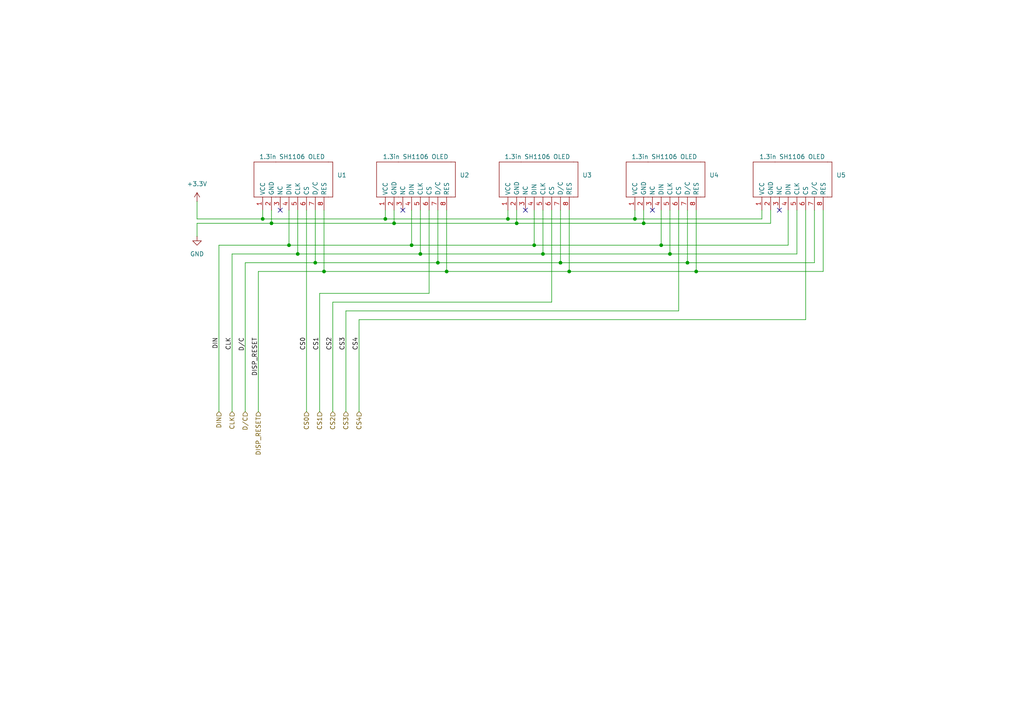
<source format=kicad_sch>
(kicad_sch (version 20250114) (generator "eeschema") (generator_version "9.0")
  (paper "A4")
  (title_block (title "VC 5") (date "2025-02-25") (rev "1.0") (comment 1 "Designed by Jan Eberhardt"))
  (lib_symbols
    (symbol "VC5_library:Waveshare-Display-1_3in-SH1106-OLED"
      (property "Reference" "U1" (at 0 -1.9049 0))
      (property "Value" "1.3in SH1106 OLED" (at -22.352 4.064 0))
      (symbol "Waveshare-Display-1_3in-SH1106-OLED_0_1"
        (rectangle (start -24.13 2.54) (end -24.13 -7.62))
        (rectangle (start -24.13 -7.62) (end -17.78 -7.62))
        (rectangle (start -17.78 2.54) (end -24.13 2.54))
        (rectangle (start -17.78 -7.62) (end -2.54 -7.62))
        (rectangle (start -2.54 2.54) (end -17.78 2.54))
        (rectangle (start -2.54 2.54) (end -1.27 2.54))
        (rectangle (start -2.54 -7.62) (end -1.27 -7.62))
        (rectangle (start -1.27 2.54) (end -1.27 -7.62))
      )
      (symbol "Waveshare-Display-1_3in-SH1106-OLED_1_1"
        (pin power_in line (at -21.59 -11.43 90) (length 3.81) (name "VCC") (number "1"))
        (pin power_in line (at -19.05 -11.43 90) (length 3.81) (name "GND") (number "2"))
        (pin input line (at -16.51 -11.43 90) (length 3.81) (name "NC") (number "3"))
        (pin input line (at -13.97 -11.43 90) (length 3.81) (name "DIN") (number "4"))
        (pin input line (at -11.43 -11.43 90) (length 3.81) (name "CLK") (number "5"))
        (pin input line (at -8.89 -11.43 90) (length 3.81) (name "CS") (number "6"))
        (pin input line (at -6.35 -11.43 90) (length 3.81) (name "D/C") (number "7"))
        (pin input line (at -3.81 -11.43 90) (length 3.81) (name "RES") (number "8"))
      )
    )
    (symbol "power:+3.3V" (power) (pin_numbers (hide yes)) (pin_names (offset 0) (hide yes))
      (property "Value" "+3.3V" (at 0 3.556 0))
      (symbol "+3.3V_0_1"
        (polyline (pts (xy -0.762 1.27) (xy 0 2.54)))
        (polyline (pts (xy 0 2.54) (xy 0.762 1.27)))
        (polyline (pts (xy 0 0) (xy 0 2.54)))
      )
      (symbol "+3.3V_1_1"
        (pin power_in line (at 0 0 90) (length 0) (name "~") (number "1"))
      )
    )
    (symbol "power:GND" (power) (pin_numbers (hide yes)) (pin_names (offset 0) (hide yes))
      (property "Value" "GND" (at 0 -3.81 0))
      (symbol "GND_0_1"
        (polyline (pts (xy 0 0) (xy 0 -1.27) (xy 1.27 -1.27) (xy 0 -2.54) (xy -1.27 -1.27) (xy 0 -1.27)))
      )
      (symbol "GND_1_1"
        (pin power_in line (at 0 0 270) (length 0) (name "~") (number "1"))
      )
    )
  )
  (junction (at 184.15 63.5))
  (junction (at 114.3 64.77))
  (junction (at 186.69 64.77))
  (junction (at 111.76 63.5))
  (junction (at 162.56 76.2))
  (junction (at 154.94 71.12))
  (junction (at 191.77 71.12))
  (junction (at 76.2 63.5))
  (junction (at 147.32 63.5))
  (junction (at 91.44 76.2))
  (junction (at 86.36 73.66))
  (junction (at 199.39 76.2))
  (junction (at 119.38 71.12))
  (junction (at 149.86 64.77))
  (junction (at 201.93 78.74))
  (junction (at 129.54 78.74))
  (junction (at 78.74 64.77))
  (junction (at 194.31 73.66))
  (junction (at 165.1 78.74))
  (junction (at 121.92 73.66))
  (junction (at 157.48 73.66))
  (junction (at 93.98 78.74))
  (junction (at 127 76.2))
  (junction (at 83.82 71.12))
  (no_connect (at 81.28 60.96))
  (no_connect (at 226.06 60.96))
  (no_connect (at 189.23 60.96))
  (no_connect (at 116.84 60.96))
  (no_connect (at 152.4 60.96))
  (wire (pts (xy 149.86 60.96) (xy 149.86 64.77)))
  (wire (pts (xy 83.82 60.96) (xy 83.82 71.12)))
  (wire (pts (xy 223.52 64.77) (xy 186.69 64.77)))
  (wire (pts (xy 186.69 64.77) (xy 149.86 64.77)))
  (wire (pts (xy 127 76.2) (xy 127 60.96)))
  (wire (pts (xy 63.5 71.12) (xy 83.82 71.12)))
  (wire (pts (xy 111.76 60.96) (xy 111.76 63.5)))
  (wire (pts (xy 238.76 78.74) (xy 201.93 78.74)))
  (wire (pts (xy 57.15 64.77) (xy 57.15 68.58)))
  (wire (pts (xy 86.36 60.96) (xy 86.36 73.66)))
  (wire (pts (xy 194.31 73.66) (xy 231.14 73.66)))
  (wire (pts (xy 147.32 60.96) (xy 147.32 63.5)))
  (wire (pts (xy 67.31 73.66) (xy 86.36 73.66)))
  (wire (pts (xy 231.14 73.66) (xy 231.14 60.96)))
  (wire (pts (xy 93.98 60.96) (xy 93.98 78.74)))
  (wire (pts (xy 199.39 76.2) (xy 199.39 60.96)))
  (wire (pts (xy 127 76.2) (xy 162.56 76.2)))
  (wire (pts (xy 191.77 71.12) (xy 228.6 71.12)))
  (wire (pts (xy 201.93 60.96) (xy 201.93 78.74)))
  (wire (pts (xy 162.56 76.2) (xy 162.56 60.96)))
  (wire (pts (xy 196.85 90.17) (xy 196.85 60.96)))
  (wire (pts (xy 149.86 64.77) (xy 114.3 64.77)))
  (wire (pts (xy 160.02 87.63) (xy 160.02 60.96)))
  (wire (pts (xy 86.36 73.66) (xy 121.92 73.66)))
  (wire (pts (xy 100.33 119.38) (xy 100.33 90.17)))
  (wire (pts (xy 78.74 60.96) (xy 78.74 64.77)))
  (wire (pts (xy 57.15 64.77) (xy 78.74 64.77)))
  (wire (pts (xy 76.2 60.96) (xy 76.2 63.5)))
  (wire (pts (xy 186.69 60.96) (xy 186.69 64.77)))
  (wire (pts (xy 220.98 60.96) (xy 220.98 63.5)))
  (wire (pts (xy 67.31 73.66) (xy 67.31 119.38)))
  (wire (pts (xy 57.15 63.5) (xy 76.2 63.5)))
  (wire (pts (xy 220.98 63.5) (xy 184.15 63.5)))
  (wire (pts (xy 154.94 60.96) (xy 154.94 71.12)))
  (wire (pts (xy 154.94 71.12) (xy 191.77 71.12)))
  (wire (pts (xy 88.9 60.96) (xy 88.9 119.38)))
  (wire (pts (xy 201.93 78.74) (xy 165.1 78.74)))
  (wire (pts (xy 92.71 85.09) (xy 92.71 119.38)))
  (wire (pts (xy 83.82 71.12) (xy 119.38 71.12)))
  (wire (pts (xy 199.39 76.2) (xy 236.22 76.2)))
  (wire (pts (xy 74.93 78.74) (xy 93.98 78.74)))
  (wire (pts (xy 111.76 63.5) (xy 76.2 63.5)))
  (wire (pts (xy 119.38 60.96) (xy 119.38 71.12)))
  (wire (pts (xy 71.12 76.2) (xy 71.12 119.38)))
  (wire (pts (xy 129.54 78.74) (xy 93.98 78.74)))
  (wire (pts (xy 124.46 85.09) (xy 124.46 60.96)))
  (wire (pts (xy 100.33 90.17) (xy 196.85 90.17)))
  (wire (pts (xy 157.48 73.66) (xy 194.31 73.66)))
  (wire (pts (xy 96.52 87.63) (xy 96.52 119.38)))
  (wire (pts (xy 114.3 64.77) (xy 78.74 64.77)))
  (wire (pts (xy 129.54 60.96) (xy 129.54 78.74)))
  (wire (pts (xy 238.76 60.96) (xy 238.76 78.74)))
  (wire (pts (xy 165.1 78.74) (xy 129.54 78.74)))
  (wire (pts (xy 104.14 119.38) (xy 104.14 92.71)))
  (wire (pts (xy 236.22 76.2) (xy 236.22 60.96)))
  (wire (pts (xy 223.52 60.96) (xy 223.52 64.77)))
  (wire (pts (xy 194.31 73.66) (xy 194.31 60.96)))
  (wire (pts (xy 157.48 73.66) (xy 157.48 60.96)))
  (wire (pts (xy 74.93 78.74) (xy 74.93 119.38)))
  (wire (pts (xy 96.52 87.63) (xy 160.02 87.63)))
  (wire (pts (xy 121.92 73.66) (xy 121.92 60.96)))
  (wire (pts (xy 191.77 60.96) (xy 191.77 71.12)))
  (wire (pts (xy 165.1 60.96) (xy 165.1 78.74)))
  (wire (pts (xy 162.56 76.2) (xy 199.39 76.2)))
  (wire (pts (xy 184.15 60.96) (xy 184.15 63.5)))
  (wire (pts (xy 92.71 85.09) (xy 124.46 85.09)))
  (wire (pts (xy 104.14 92.71) (xy 233.68 92.71)))
  (wire (pts (xy 121.92 73.66) (xy 157.48 73.66)))
  (wire (pts (xy 147.32 63.5) (xy 111.76 63.5)))
  (wire (pts (xy 57.15 58.42) (xy 57.15 63.5)))
  (wire (pts (xy 233.68 92.71) (xy 233.68 60.96)))
  (wire (pts (xy 91.44 76.2) (xy 127 76.2)))
  (wire (pts (xy 119.38 71.12) (xy 154.94 71.12)))
  (wire (pts (xy 91.44 76.2) (xy 91.44 60.96)))
  (wire (pts (xy 184.15 63.5) (xy 147.32 63.5)))
  (wire (pts (xy 114.3 60.96) (xy 114.3 64.77)))
  (wire (pts (xy 63.5 71.12) (xy 63.5 119.38)))
  (wire (pts (xy 228.6 71.12) (xy 228.6 60.96)))
  (wire (pts (xy 71.12 76.2) (xy 91.44 76.2)))
  (label "DIN" (at 63.5 97.79 270))
  (label "CS3" (at 100.33 101.6 90))
  (label "CS0" (at 88.9 101.6 90))
  (label "CLK" (at 67.31 97.79 270))
  (label "DISP_RESET" (at 74.93 97.79 270))
  (label "CS1" (at 92.71 101.6 90))
  (label "CS2" (at 96.52 101.6 90))
  (label "CS4" (at 104.14 101.6 90))
  (label "D{slash}C" (at 71.12 97.79 270))
  (hierarchical_label "CS1" (shape input) (at 92.71 119.38 270))
  (hierarchical_label "CS4" (shape input) (at 104.14 119.38 270))
  (hierarchical_label "CLK" (shape input) (at 67.31 119.38 270))
  (hierarchical_label "DISP_RESET" (shape input) (at 74.93 119.38 270))
  (hierarchical_label "CS3" (shape input) (at 100.33 119.38 270))
  (hierarchical_label "D{slash}C" (shape input) (at 71.12 119.38 270))
  (hierarchical_label "CS0" (shape input) (at 88.9 119.38 270))
  (hierarchical_label "DIN" (shape input) (at 63.5 119.38 270))
  (hierarchical_label "CS2" (shape input) (at 96.52 119.38 270))
  (symbol (lib_id "power:GND") (at 57.15 68.58 0) (unit 1)
    (property "Reference" "#PWR08" (effects (hide yes)))
    (property "Value" "GND" (at 57.15 73.66 0))
    (property "Description" "Power symbol creates a global label with name \"GND\" , ground" (effects (hide yes)))
  )
  (symbol (lib_id "VC5_library:Waveshare-Display-1_3in-SH1106-OLED") (at 242.57 49.53 0) (unit 1)
    (property "Reference" "U5" (at 242.57 50.7999 0) (effects (justify left)))
    (property "Value" "1.3in SH1106 OLED" (at 220.218 45.466 0) (effects (justify left)))
    (property "Footprint" "VC5_footprint_library:PinHeader_1x08_P2.54mm_Vertical_Display" (effects (hide yes)))
    (property "Datasheet" "https://www.waveshare.com/wiki/1.3inch_OLED_(B)#Overview" (effects (hide yes)))
  )
  (symbol (lib_id "power:+3.3V") (at 57.15 58.42 0) (unit 1)
    (property "Reference" "#PWR09" (effects (hide yes)))
    (property "Value" "+3.3V" (at 57.15 53.34 0))
    (property "Description" "Power symbol creates a global label with name \"+3.3V\"" (effects (hide yes)))
  )
  (symbol (lib_id "VC5_library:Waveshare-Display-1_3in-SH1106-OLED") (at 97.79 49.53 0) (unit 1)
    (property "Reference" "U1" (at 97.79 50.7999 0) (effects (justify left)))
    (property "Value" "1.3in SH1106 OLED" (at 75.184 45.466 0) (effects (justify left)))
    (property "Footprint" "VC5_footprint_library:PinHeader_1x08_P2.54mm_Vertical_Display" (effects (hide yes)))
    (property "Datasheet" "https://www.waveshare.com/wiki/1.3inch_OLED_(B)#Overview" (effects (hide yes)))
  )
  (symbol (lib_id "VC5_library:Waveshare-Display-1_3in-SH1106-OLED") (at 133.35 49.53 0) (unit 1)
    (property "Reference" "U2" (at 133.35 50.7999 0) (effects (justify left)))
    (property "Value" "1.3in SH1106 OLED" (at 110.998 45.466 0) (effects (justify left)))
    (property "Footprint" "VC5_footprint_library:PinHeader_1x08_P2.54mm_Vertical_Display" (effects (hide yes)))
    (property "Datasheet" "https://www.waveshare.com/wiki/1.3inch_OLED_(B)#Overview" (effects (hide yes)))
  )
  (symbol (lib_id "VC5_library:Waveshare-Display-1_3in-SH1106-OLED") (at 205.74 49.53 0) (unit 1)
    (property "Reference" "U4" (at 205.74 50.7999 0) (effects (justify left)))
    (property "Value" "1.3in SH1106 OLED" (at 183.134 45.466 0) (effects (justify left)))
    (property "Footprint" "VC5_footprint_library:PinHeader_1x08_P2.54mm_Vertical_Display" (effects (hide yes)))
    (property "Datasheet" "https://www.waveshare.com/wiki/1.3inch_OLED_(B)#Overview" (effects (hide yes)))
  )
  (symbol (lib_id "VC5_library:Waveshare-Display-1_3in-SH1106-OLED") (at 168.91 49.53 0) (unit 1)
    (property "Reference" "U3" (at 168.91 50.7999 0) (effects (justify left)))
    (property "Value" "1.3in SH1106 OLED" (at 146.304 45.466 0) (effects (justify left)))
    (property "Footprint" "VC5_footprint_library:PinHeader_1x08_P2.54mm_Vertical_Display" (effects (hide yes)))
    (property "Datasheet" "https://www.waveshare.com/wiki/1.3inch_OLED_(B)#Overview" (effects (hide yes)))
  )
)
</source>
